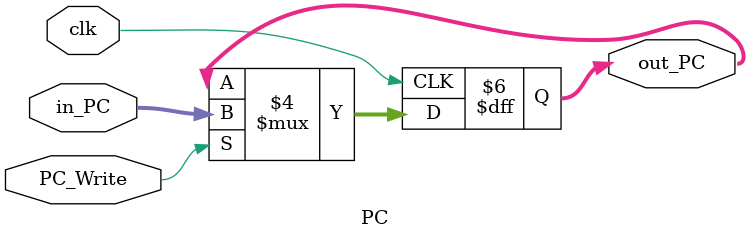
<source format=v>
module PC (clk , PC_Write , in_PC , out_PC);
	input clk,PC_Write;
	input [31:0] in_PC;
	output reg[31:0] out_PC;

	initial begin 
		out_PC = 32'd0;
	end

	always@(posedge clk) begin 
		if (PC_Write == 1)
			out_PC <= in_PC;
	end
endmodule
</source>
